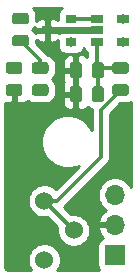
<source format=gbr>
G04 #@! TF.GenerationSoftware,KiCad,Pcbnew,(5.1.5)-3*
G04 #@! TF.CreationDate,2021-01-01T22:04:59+10:30*
G04 #@! TF.ProjectId,HallSingle,48616c6c-5369-46e6-976c-652e6b696361,rev?*
G04 #@! TF.SameCoordinates,Original*
G04 #@! TF.FileFunction,Copper,L1,Top*
G04 #@! TF.FilePolarity,Positive*
%FSLAX46Y46*%
G04 Gerber Fmt 4.6, Leading zero omitted, Abs format (unit mm)*
G04 Created by KiCad (PCBNEW (5.1.5)-3) date 2021-01-01 22:04:59*
%MOMM*%
%LPD*%
G04 APERTURE LIST*
%ADD10R,1.060000X0.650000*%
%ADD11R,0.900000X0.800000*%
%ADD12C,1.524000*%
%ADD13C,0.100000*%
%ADD14O,1.700000X1.700000*%
%ADD15R,1.700000X1.700000*%
%ADD16C,0.800000*%
%ADD17C,0.609600*%
%ADD18C,0.304800*%
%ADD19C,0.254000*%
G04 APERTURE END LIST*
D10*
X148653500Y-58613000D03*
X148653500Y-60513000D03*
X146453500Y-60513000D03*
X146453500Y-59563000D03*
X146453500Y-58613000D03*
D11*
X142272000Y-59560500D03*
X144272000Y-58610500D03*
X144272000Y-60510500D03*
D12*
X142000000Y-79000000D03*
X144500000Y-76500000D03*
X142000000Y-74000000D03*
G04 #@! TA.AperFunction,SMDPad,CuDef*
D13*
G36*
X142148642Y-64126674D02*
G01*
X142172303Y-64130184D01*
X142195507Y-64135996D01*
X142218029Y-64144054D01*
X142239653Y-64154282D01*
X142260170Y-64166579D01*
X142279383Y-64180829D01*
X142297107Y-64196893D01*
X142313171Y-64214617D01*
X142327421Y-64233830D01*
X142339718Y-64254347D01*
X142349946Y-64275971D01*
X142358004Y-64298493D01*
X142363816Y-64321697D01*
X142367326Y-64345358D01*
X142368500Y-64369250D01*
X142368500Y-64856750D01*
X142367326Y-64880642D01*
X142363816Y-64904303D01*
X142358004Y-64927507D01*
X142349946Y-64950029D01*
X142339718Y-64971653D01*
X142327421Y-64992170D01*
X142313171Y-65011383D01*
X142297107Y-65029107D01*
X142279383Y-65045171D01*
X142260170Y-65059421D01*
X142239653Y-65071718D01*
X142218029Y-65081946D01*
X142195507Y-65090004D01*
X142172303Y-65095816D01*
X142148642Y-65099326D01*
X142124750Y-65100500D01*
X141212250Y-65100500D01*
X141188358Y-65099326D01*
X141164697Y-65095816D01*
X141141493Y-65090004D01*
X141118971Y-65081946D01*
X141097347Y-65071718D01*
X141076830Y-65059421D01*
X141057617Y-65045171D01*
X141039893Y-65029107D01*
X141023829Y-65011383D01*
X141009579Y-64992170D01*
X140997282Y-64971653D01*
X140987054Y-64950029D01*
X140978996Y-64927507D01*
X140973184Y-64904303D01*
X140969674Y-64880642D01*
X140968500Y-64856750D01*
X140968500Y-64369250D01*
X140969674Y-64345358D01*
X140973184Y-64321697D01*
X140978996Y-64298493D01*
X140987054Y-64275971D01*
X140997282Y-64254347D01*
X141009579Y-64233830D01*
X141023829Y-64214617D01*
X141039893Y-64196893D01*
X141057617Y-64180829D01*
X141076830Y-64166579D01*
X141097347Y-64154282D01*
X141118971Y-64144054D01*
X141141493Y-64135996D01*
X141164697Y-64130184D01*
X141188358Y-64126674D01*
X141212250Y-64125500D01*
X142124750Y-64125500D01*
X142148642Y-64126674D01*
G37*
G04 #@! TD.AperFunction*
G04 #@! TA.AperFunction,SMDPad,CuDef*
G36*
X142148642Y-62251674D02*
G01*
X142172303Y-62255184D01*
X142195507Y-62260996D01*
X142218029Y-62269054D01*
X142239653Y-62279282D01*
X142260170Y-62291579D01*
X142279383Y-62305829D01*
X142297107Y-62321893D01*
X142313171Y-62339617D01*
X142327421Y-62358830D01*
X142339718Y-62379347D01*
X142349946Y-62400971D01*
X142358004Y-62423493D01*
X142363816Y-62446697D01*
X142367326Y-62470358D01*
X142368500Y-62494250D01*
X142368500Y-62981750D01*
X142367326Y-63005642D01*
X142363816Y-63029303D01*
X142358004Y-63052507D01*
X142349946Y-63075029D01*
X142339718Y-63096653D01*
X142327421Y-63117170D01*
X142313171Y-63136383D01*
X142297107Y-63154107D01*
X142279383Y-63170171D01*
X142260170Y-63184421D01*
X142239653Y-63196718D01*
X142218029Y-63206946D01*
X142195507Y-63215004D01*
X142172303Y-63220816D01*
X142148642Y-63224326D01*
X142124750Y-63225500D01*
X141212250Y-63225500D01*
X141188358Y-63224326D01*
X141164697Y-63220816D01*
X141141493Y-63215004D01*
X141118971Y-63206946D01*
X141097347Y-63196718D01*
X141076830Y-63184421D01*
X141057617Y-63170171D01*
X141039893Y-63154107D01*
X141023829Y-63136383D01*
X141009579Y-63117170D01*
X140997282Y-63096653D01*
X140987054Y-63075029D01*
X140978996Y-63052507D01*
X140973184Y-63029303D01*
X140969674Y-63005642D01*
X140968500Y-62981750D01*
X140968500Y-62494250D01*
X140969674Y-62470358D01*
X140973184Y-62446697D01*
X140978996Y-62423493D01*
X140987054Y-62400971D01*
X140997282Y-62379347D01*
X141009579Y-62358830D01*
X141023829Y-62339617D01*
X141039893Y-62321893D01*
X141057617Y-62305829D01*
X141076830Y-62291579D01*
X141097347Y-62279282D01*
X141118971Y-62269054D01*
X141141493Y-62260996D01*
X141164697Y-62255184D01*
X141188358Y-62251674D01*
X141212250Y-62250500D01*
X142124750Y-62250500D01*
X142148642Y-62251674D01*
G37*
G04 #@! TD.AperFunction*
G04 #@! TA.AperFunction,SMDPad,CuDef*
G36*
X144950642Y-62229674D02*
G01*
X144974303Y-62233184D01*
X144997507Y-62238996D01*
X145020029Y-62247054D01*
X145041653Y-62257282D01*
X145062170Y-62269579D01*
X145081383Y-62283829D01*
X145099107Y-62299893D01*
X145115171Y-62317617D01*
X145129421Y-62336830D01*
X145141718Y-62357347D01*
X145151946Y-62378971D01*
X145160004Y-62401493D01*
X145165816Y-62424697D01*
X145169326Y-62448358D01*
X145170500Y-62472250D01*
X145170500Y-63384750D01*
X145169326Y-63408642D01*
X145165816Y-63432303D01*
X145160004Y-63455507D01*
X145151946Y-63478029D01*
X145141718Y-63499653D01*
X145129421Y-63520170D01*
X145115171Y-63539383D01*
X145099107Y-63557107D01*
X145081383Y-63573171D01*
X145062170Y-63587421D01*
X145041653Y-63599718D01*
X145020029Y-63609946D01*
X144997507Y-63618004D01*
X144974303Y-63623816D01*
X144950642Y-63627326D01*
X144926750Y-63628500D01*
X144439250Y-63628500D01*
X144415358Y-63627326D01*
X144391697Y-63623816D01*
X144368493Y-63618004D01*
X144345971Y-63609946D01*
X144324347Y-63599718D01*
X144303830Y-63587421D01*
X144284617Y-63573171D01*
X144266893Y-63557107D01*
X144250829Y-63539383D01*
X144236579Y-63520170D01*
X144224282Y-63499653D01*
X144214054Y-63478029D01*
X144205996Y-63455507D01*
X144200184Y-63432303D01*
X144196674Y-63408642D01*
X144195500Y-63384750D01*
X144195500Y-62472250D01*
X144196674Y-62448358D01*
X144200184Y-62424697D01*
X144205996Y-62401493D01*
X144214054Y-62378971D01*
X144224282Y-62357347D01*
X144236579Y-62336830D01*
X144250829Y-62317617D01*
X144266893Y-62299893D01*
X144284617Y-62283829D01*
X144303830Y-62269579D01*
X144324347Y-62257282D01*
X144345971Y-62247054D01*
X144368493Y-62238996D01*
X144391697Y-62233184D01*
X144415358Y-62229674D01*
X144439250Y-62228500D01*
X144926750Y-62228500D01*
X144950642Y-62229674D01*
G37*
G04 #@! TD.AperFunction*
G04 #@! TA.AperFunction,SMDPad,CuDef*
G36*
X146825642Y-62229674D02*
G01*
X146849303Y-62233184D01*
X146872507Y-62238996D01*
X146895029Y-62247054D01*
X146916653Y-62257282D01*
X146937170Y-62269579D01*
X146956383Y-62283829D01*
X146974107Y-62299893D01*
X146990171Y-62317617D01*
X147004421Y-62336830D01*
X147016718Y-62357347D01*
X147026946Y-62378971D01*
X147035004Y-62401493D01*
X147040816Y-62424697D01*
X147044326Y-62448358D01*
X147045500Y-62472250D01*
X147045500Y-63384750D01*
X147044326Y-63408642D01*
X147040816Y-63432303D01*
X147035004Y-63455507D01*
X147026946Y-63478029D01*
X147016718Y-63499653D01*
X147004421Y-63520170D01*
X146990171Y-63539383D01*
X146974107Y-63557107D01*
X146956383Y-63573171D01*
X146937170Y-63587421D01*
X146916653Y-63599718D01*
X146895029Y-63609946D01*
X146872507Y-63618004D01*
X146849303Y-63623816D01*
X146825642Y-63627326D01*
X146801750Y-63628500D01*
X146314250Y-63628500D01*
X146290358Y-63627326D01*
X146266697Y-63623816D01*
X146243493Y-63618004D01*
X146220971Y-63609946D01*
X146199347Y-63599718D01*
X146178830Y-63587421D01*
X146159617Y-63573171D01*
X146141893Y-63557107D01*
X146125829Y-63539383D01*
X146111579Y-63520170D01*
X146099282Y-63499653D01*
X146089054Y-63478029D01*
X146080996Y-63455507D01*
X146075184Y-63432303D01*
X146071674Y-63408642D01*
X146070500Y-63384750D01*
X146070500Y-62472250D01*
X146071674Y-62448358D01*
X146075184Y-62424697D01*
X146080996Y-62401493D01*
X146089054Y-62378971D01*
X146099282Y-62357347D01*
X146111579Y-62336830D01*
X146125829Y-62317617D01*
X146141893Y-62299893D01*
X146159617Y-62283829D01*
X146178830Y-62269579D01*
X146199347Y-62257282D01*
X146220971Y-62247054D01*
X146243493Y-62238996D01*
X146266697Y-62233184D01*
X146290358Y-62229674D01*
X146314250Y-62228500D01*
X146801750Y-62228500D01*
X146825642Y-62229674D01*
G37*
G04 #@! TD.AperFunction*
G04 #@! TA.AperFunction,SMDPad,CuDef*
G36*
X148943142Y-62251674D02*
G01*
X148966803Y-62255184D01*
X148990007Y-62260996D01*
X149012529Y-62269054D01*
X149034153Y-62279282D01*
X149054670Y-62291579D01*
X149073883Y-62305829D01*
X149091607Y-62321893D01*
X149107671Y-62339617D01*
X149121921Y-62358830D01*
X149134218Y-62379347D01*
X149144446Y-62400971D01*
X149152504Y-62423493D01*
X149158316Y-62446697D01*
X149161826Y-62470358D01*
X149163000Y-62494250D01*
X149163000Y-62981750D01*
X149161826Y-63005642D01*
X149158316Y-63029303D01*
X149152504Y-63052507D01*
X149144446Y-63075029D01*
X149134218Y-63096653D01*
X149121921Y-63117170D01*
X149107671Y-63136383D01*
X149091607Y-63154107D01*
X149073883Y-63170171D01*
X149054670Y-63184421D01*
X149034153Y-63196718D01*
X149012529Y-63206946D01*
X148990007Y-63215004D01*
X148966803Y-63220816D01*
X148943142Y-63224326D01*
X148919250Y-63225500D01*
X148006750Y-63225500D01*
X147982858Y-63224326D01*
X147959197Y-63220816D01*
X147935993Y-63215004D01*
X147913471Y-63206946D01*
X147891847Y-63196718D01*
X147871330Y-63184421D01*
X147852117Y-63170171D01*
X147834393Y-63154107D01*
X147818329Y-63136383D01*
X147804079Y-63117170D01*
X147791782Y-63096653D01*
X147781554Y-63075029D01*
X147773496Y-63052507D01*
X147767684Y-63029303D01*
X147764174Y-63005642D01*
X147763000Y-62981750D01*
X147763000Y-62494250D01*
X147764174Y-62470358D01*
X147767684Y-62446697D01*
X147773496Y-62423493D01*
X147781554Y-62400971D01*
X147791782Y-62379347D01*
X147804079Y-62358830D01*
X147818329Y-62339617D01*
X147834393Y-62321893D01*
X147852117Y-62305829D01*
X147871330Y-62291579D01*
X147891847Y-62279282D01*
X147913471Y-62269054D01*
X147935993Y-62260996D01*
X147959197Y-62255184D01*
X147982858Y-62251674D01*
X148006750Y-62250500D01*
X148919250Y-62250500D01*
X148943142Y-62251674D01*
G37*
G04 #@! TD.AperFunction*
G04 #@! TA.AperFunction,SMDPad,CuDef*
G36*
X148943142Y-64126674D02*
G01*
X148966803Y-64130184D01*
X148990007Y-64135996D01*
X149012529Y-64144054D01*
X149034153Y-64154282D01*
X149054670Y-64166579D01*
X149073883Y-64180829D01*
X149091607Y-64196893D01*
X149107671Y-64214617D01*
X149121921Y-64233830D01*
X149134218Y-64254347D01*
X149144446Y-64275971D01*
X149152504Y-64298493D01*
X149158316Y-64321697D01*
X149161826Y-64345358D01*
X149163000Y-64369250D01*
X149163000Y-64856750D01*
X149161826Y-64880642D01*
X149158316Y-64904303D01*
X149152504Y-64927507D01*
X149144446Y-64950029D01*
X149134218Y-64971653D01*
X149121921Y-64992170D01*
X149107671Y-65011383D01*
X149091607Y-65029107D01*
X149073883Y-65045171D01*
X149054670Y-65059421D01*
X149034153Y-65071718D01*
X149012529Y-65081946D01*
X148990007Y-65090004D01*
X148966803Y-65095816D01*
X148943142Y-65099326D01*
X148919250Y-65100500D01*
X148006750Y-65100500D01*
X147982858Y-65099326D01*
X147959197Y-65095816D01*
X147935993Y-65090004D01*
X147913471Y-65081946D01*
X147891847Y-65071718D01*
X147871330Y-65059421D01*
X147852117Y-65045171D01*
X147834393Y-65029107D01*
X147818329Y-65011383D01*
X147804079Y-64992170D01*
X147791782Y-64971653D01*
X147781554Y-64950029D01*
X147773496Y-64927507D01*
X147767684Y-64904303D01*
X147764174Y-64880642D01*
X147763000Y-64856750D01*
X147763000Y-64369250D01*
X147764174Y-64345358D01*
X147767684Y-64321697D01*
X147773496Y-64298493D01*
X147781554Y-64275971D01*
X147791782Y-64254347D01*
X147804079Y-64233830D01*
X147818329Y-64214617D01*
X147834393Y-64196893D01*
X147852117Y-64180829D01*
X147871330Y-64166579D01*
X147891847Y-64154282D01*
X147913471Y-64144054D01*
X147935993Y-64135996D01*
X147959197Y-64130184D01*
X147982858Y-64126674D01*
X148006750Y-64125500D01*
X148919250Y-64125500D01*
X148943142Y-64126674D01*
G37*
G04 #@! TD.AperFunction*
D14*
X148000000Y-73500000D03*
X148000000Y-76040000D03*
D15*
X148000000Y-78580000D03*
G04 #@! TA.AperFunction,SMDPad,CuDef*
D13*
G36*
X140480142Y-58076174D02*
G01*
X140503803Y-58079684D01*
X140527007Y-58085496D01*
X140549529Y-58093554D01*
X140571153Y-58103782D01*
X140591670Y-58116079D01*
X140610883Y-58130329D01*
X140628607Y-58146393D01*
X140644671Y-58164117D01*
X140658921Y-58183330D01*
X140671218Y-58203847D01*
X140681446Y-58225471D01*
X140689504Y-58247993D01*
X140695316Y-58271197D01*
X140698826Y-58294858D01*
X140700000Y-58318750D01*
X140700000Y-58806250D01*
X140698826Y-58830142D01*
X140695316Y-58853803D01*
X140689504Y-58877007D01*
X140681446Y-58899529D01*
X140671218Y-58921153D01*
X140658921Y-58941670D01*
X140644671Y-58960883D01*
X140628607Y-58978607D01*
X140610883Y-58994671D01*
X140591670Y-59008921D01*
X140571153Y-59021218D01*
X140549529Y-59031446D01*
X140527007Y-59039504D01*
X140503803Y-59045316D01*
X140480142Y-59048826D01*
X140456250Y-59050000D01*
X139543750Y-59050000D01*
X139519858Y-59048826D01*
X139496197Y-59045316D01*
X139472993Y-59039504D01*
X139450471Y-59031446D01*
X139428847Y-59021218D01*
X139408330Y-59008921D01*
X139389117Y-58994671D01*
X139371393Y-58978607D01*
X139355329Y-58960883D01*
X139341079Y-58941670D01*
X139328782Y-58921153D01*
X139318554Y-58899529D01*
X139310496Y-58877007D01*
X139304684Y-58853803D01*
X139301174Y-58830142D01*
X139300000Y-58806250D01*
X139300000Y-58318750D01*
X139301174Y-58294858D01*
X139304684Y-58271197D01*
X139310496Y-58247993D01*
X139318554Y-58225471D01*
X139328782Y-58203847D01*
X139341079Y-58183330D01*
X139355329Y-58164117D01*
X139371393Y-58146393D01*
X139389117Y-58130329D01*
X139408330Y-58116079D01*
X139428847Y-58103782D01*
X139450471Y-58093554D01*
X139472993Y-58085496D01*
X139496197Y-58079684D01*
X139519858Y-58076174D01*
X139543750Y-58075000D01*
X140456250Y-58075000D01*
X140480142Y-58076174D01*
G37*
G04 #@! TD.AperFunction*
G04 #@! TA.AperFunction,SMDPad,CuDef*
G36*
X140480142Y-59951174D02*
G01*
X140503803Y-59954684D01*
X140527007Y-59960496D01*
X140549529Y-59968554D01*
X140571153Y-59978782D01*
X140591670Y-59991079D01*
X140610883Y-60005329D01*
X140628607Y-60021393D01*
X140644671Y-60039117D01*
X140658921Y-60058330D01*
X140671218Y-60078847D01*
X140681446Y-60100471D01*
X140689504Y-60122993D01*
X140695316Y-60146197D01*
X140698826Y-60169858D01*
X140700000Y-60193750D01*
X140700000Y-60681250D01*
X140698826Y-60705142D01*
X140695316Y-60728803D01*
X140689504Y-60752007D01*
X140681446Y-60774529D01*
X140671218Y-60796153D01*
X140658921Y-60816670D01*
X140644671Y-60835883D01*
X140628607Y-60853607D01*
X140610883Y-60869671D01*
X140591670Y-60883921D01*
X140571153Y-60896218D01*
X140549529Y-60906446D01*
X140527007Y-60914504D01*
X140503803Y-60920316D01*
X140480142Y-60923826D01*
X140456250Y-60925000D01*
X139543750Y-60925000D01*
X139519858Y-60923826D01*
X139496197Y-60920316D01*
X139472993Y-60914504D01*
X139450471Y-60906446D01*
X139428847Y-60896218D01*
X139408330Y-60883921D01*
X139389117Y-60869671D01*
X139371393Y-60853607D01*
X139355329Y-60835883D01*
X139341079Y-60816670D01*
X139328782Y-60796153D01*
X139318554Y-60774529D01*
X139310496Y-60752007D01*
X139304684Y-60728803D01*
X139301174Y-60705142D01*
X139300000Y-60681250D01*
X139300000Y-60193750D01*
X139301174Y-60169858D01*
X139304684Y-60146197D01*
X139310496Y-60122993D01*
X139318554Y-60100471D01*
X139328782Y-60078847D01*
X139341079Y-60058330D01*
X139355329Y-60039117D01*
X139371393Y-60021393D01*
X139389117Y-60005329D01*
X139408330Y-59991079D01*
X139428847Y-59978782D01*
X139450471Y-59968554D01*
X139472993Y-59960496D01*
X139496197Y-59954684D01*
X139519858Y-59951174D01*
X139543750Y-59950000D01*
X140456250Y-59950000D01*
X140480142Y-59951174D01*
G37*
G04 #@! TD.AperFunction*
G04 #@! TA.AperFunction,SMDPad,CuDef*
G36*
X139926142Y-64126674D02*
G01*
X139949803Y-64130184D01*
X139973007Y-64135996D01*
X139995529Y-64144054D01*
X140017153Y-64154282D01*
X140037670Y-64166579D01*
X140056883Y-64180829D01*
X140074607Y-64196893D01*
X140090671Y-64214617D01*
X140104921Y-64233830D01*
X140117218Y-64254347D01*
X140127446Y-64275971D01*
X140135504Y-64298493D01*
X140141316Y-64321697D01*
X140144826Y-64345358D01*
X140146000Y-64369250D01*
X140146000Y-64856750D01*
X140144826Y-64880642D01*
X140141316Y-64904303D01*
X140135504Y-64927507D01*
X140127446Y-64950029D01*
X140117218Y-64971653D01*
X140104921Y-64992170D01*
X140090671Y-65011383D01*
X140074607Y-65029107D01*
X140056883Y-65045171D01*
X140037670Y-65059421D01*
X140017153Y-65071718D01*
X139995529Y-65081946D01*
X139973007Y-65090004D01*
X139949803Y-65095816D01*
X139926142Y-65099326D01*
X139902250Y-65100500D01*
X138989750Y-65100500D01*
X138965858Y-65099326D01*
X138942197Y-65095816D01*
X138918993Y-65090004D01*
X138896471Y-65081946D01*
X138874847Y-65071718D01*
X138854330Y-65059421D01*
X138835117Y-65045171D01*
X138817393Y-65029107D01*
X138801329Y-65011383D01*
X138787079Y-64992170D01*
X138774782Y-64971653D01*
X138764554Y-64950029D01*
X138756496Y-64927507D01*
X138750684Y-64904303D01*
X138747174Y-64880642D01*
X138746000Y-64856750D01*
X138746000Y-64369250D01*
X138747174Y-64345358D01*
X138750684Y-64321697D01*
X138756496Y-64298493D01*
X138764554Y-64275971D01*
X138774782Y-64254347D01*
X138787079Y-64233830D01*
X138801329Y-64214617D01*
X138817393Y-64196893D01*
X138835117Y-64180829D01*
X138854330Y-64166579D01*
X138874847Y-64154282D01*
X138896471Y-64144054D01*
X138918993Y-64135996D01*
X138942197Y-64130184D01*
X138965858Y-64126674D01*
X138989750Y-64125500D01*
X139902250Y-64125500D01*
X139926142Y-64126674D01*
G37*
G04 #@! TD.AperFunction*
G04 #@! TA.AperFunction,SMDPad,CuDef*
G36*
X139926142Y-62251674D02*
G01*
X139949803Y-62255184D01*
X139973007Y-62260996D01*
X139995529Y-62269054D01*
X140017153Y-62279282D01*
X140037670Y-62291579D01*
X140056883Y-62305829D01*
X140074607Y-62321893D01*
X140090671Y-62339617D01*
X140104921Y-62358830D01*
X140117218Y-62379347D01*
X140127446Y-62400971D01*
X140135504Y-62423493D01*
X140141316Y-62446697D01*
X140144826Y-62470358D01*
X140146000Y-62494250D01*
X140146000Y-62981750D01*
X140144826Y-63005642D01*
X140141316Y-63029303D01*
X140135504Y-63052507D01*
X140127446Y-63075029D01*
X140117218Y-63096653D01*
X140104921Y-63117170D01*
X140090671Y-63136383D01*
X140074607Y-63154107D01*
X140056883Y-63170171D01*
X140037670Y-63184421D01*
X140017153Y-63196718D01*
X139995529Y-63206946D01*
X139973007Y-63215004D01*
X139949803Y-63220816D01*
X139926142Y-63224326D01*
X139902250Y-63225500D01*
X138989750Y-63225500D01*
X138965858Y-63224326D01*
X138942197Y-63220816D01*
X138918993Y-63215004D01*
X138896471Y-63206946D01*
X138874847Y-63196718D01*
X138854330Y-63184421D01*
X138835117Y-63170171D01*
X138817393Y-63154107D01*
X138801329Y-63136383D01*
X138787079Y-63117170D01*
X138774782Y-63096653D01*
X138764554Y-63075029D01*
X138756496Y-63052507D01*
X138750684Y-63029303D01*
X138747174Y-63005642D01*
X138746000Y-62981750D01*
X138746000Y-62494250D01*
X138747174Y-62470358D01*
X138750684Y-62446697D01*
X138756496Y-62423493D01*
X138764554Y-62400971D01*
X138774782Y-62379347D01*
X138787079Y-62358830D01*
X138801329Y-62339617D01*
X138817393Y-62321893D01*
X138835117Y-62305829D01*
X138854330Y-62291579D01*
X138874847Y-62279282D01*
X138896471Y-62269054D01*
X138918993Y-62260996D01*
X138942197Y-62255184D01*
X138965858Y-62251674D01*
X138989750Y-62250500D01*
X139902250Y-62250500D01*
X139926142Y-62251674D01*
G37*
G04 #@! TD.AperFunction*
G04 #@! TA.AperFunction,SMDPad,CuDef*
G36*
X144950642Y-64261674D02*
G01*
X144974303Y-64265184D01*
X144997507Y-64270996D01*
X145020029Y-64279054D01*
X145041653Y-64289282D01*
X145062170Y-64301579D01*
X145081383Y-64315829D01*
X145099107Y-64331893D01*
X145115171Y-64349617D01*
X145129421Y-64368830D01*
X145141718Y-64389347D01*
X145151946Y-64410971D01*
X145160004Y-64433493D01*
X145165816Y-64456697D01*
X145169326Y-64480358D01*
X145170500Y-64504250D01*
X145170500Y-65416750D01*
X145169326Y-65440642D01*
X145165816Y-65464303D01*
X145160004Y-65487507D01*
X145151946Y-65510029D01*
X145141718Y-65531653D01*
X145129421Y-65552170D01*
X145115171Y-65571383D01*
X145099107Y-65589107D01*
X145081383Y-65605171D01*
X145062170Y-65619421D01*
X145041653Y-65631718D01*
X145020029Y-65641946D01*
X144997507Y-65650004D01*
X144974303Y-65655816D01*
X144950642Y-65659326D01*
X144926750Y-65660500D01*
X144439250Y-65660500D01*
X144415358Y-65659326D01*
X144391697Y-65655816D01*
X144368493Y-65650004D01*
X144345971Y-65641946D01*
X144324347Y-65631718D01*
X144303830Y-65619421D01*
X144284617Y-65605171D01*
X144266893Y-65589107D01*
X144250829Y-65571383D01*
X144236579Y-65552170D01*
X144224282Y-65531653D01*
X144214054Y-65510029D01*
X144205996Y-65487507D01*
X144200184Y-65464303D01*
X144196674Y-65440642D01*
X144195500Y-65416750D01*
X144195500Y-64504250D01*
X144196674Y-64480358D01*
X144200184Y-64456697D01*
X144205996Y-64433493D01*
X144214054Y-64410971D01*
X144224282Y-64389347D01*
X144236579Y-64368830D01*
X144250829Y-64349617D01*
X144266893Y-64331893D01*
X144284617Y-64315829D01*
X144303830Y-64301579D01*
X144324347Y-64289282D01*
X144345971Y-64279054D01*
X144368493Y-64270996D01*
X144391697Y-64265184D01*
X144415358Y-64261674D01*
X144439250Y-64260500D01*
X144926750Y-64260500D01*
X144950642Y-64261674D01*
G37*
G04 #@! TD.AperFunction*
G04 #@! TA.AperFunction,SMDPad,CuDef*
G36*
X146825642Y-64261674D02*
G01*
X146849303Y-64265184D01*
X146872507Y-64270996D01*
X146895029Y-64279054D01*
X146916653Y-64289282D01*
X146937170Y-64301579D01*
X146956383Y-64315829D01*
X146974107Y-64331893D01*
X146990171Y-64349617D01*
X147004421Y-64368830D01*
X147016718Y-64389347D01*
X147026946Y-64410971D01*
X147035004Y-64433493D01*
X147040816Y-64456697D01*
X147044326Y-64480358D01*
X147045500Y-64504250D01*
X147045500Y-65416750D01*
X147044326Y-65440642D01*
X147040816Y-65464303D01*
X147035004Y-65487507D01*
X147026946Y-65510029D01*
X147016718Y-65531653D01*
X147004421Y-65552170D01*
X146990171Y-65571383D01*
X146974107Y-65589107D01*
X146956383Y-65605171D01*
X146937170Y-65619421D01*
X146916653Y-65631718D01*
X146895029Y-65641946D01*
X146872507Y-65650004D01*
X146849303Y-65655816D01*
X146825642Y-65659326D01*
X146801750Y-65660500D01*
X146314250Y-65660500D01*
X146290358Y-65659326D01*
X146266697Y-65655816D01*
X146243493Y-65650004D01*
X146220971Y-65641946D01*
X146199347Y-65631718D01*
X146178830Y-65619421D01*
X146159617Y-65605171D01*
X146141893Y-65589107D01*
X146125829Y-65571383D01*
X146111579Y-65552170D01*
X146099282Y-65531653D01*
X146089054Y-65510029D01*
X146080996Y-65487507D01*
X146075184Y-65464303D01*
X146071674Y-65440642D01*
X146070500Y-65416750D01*
X146070500Y-64504250D01*
X146071674Y-64480358D01*
X146075184Y-64456697D01*
X146080996Y-64433493D01*
X146089054Y-64410971D01*
X146099282Y-64389347D01*
X146111579Y-64368830D01*
X146125829Y-64349617D01*
X146141893Y-64331893D01*
X146159617Y-64315829D01*
X146178830Y-64301579D01*
X146199347Y-64289282D01*
X146220971Y-64279054D01*
X146243493Y-64270996D01*
X146266697Y-64265184D01*
X146290358Y-64261674D01*
X146314250Y-64260500D01*
X146801750Y-64260500D01*
X146825642Y-64261674D01*
G37*
G04 #@! TD.AperFunction*
D16*
X148653500Y-58610500D03*
X139446000Y-62801500D03*
X139954000Y-58547000D03*
X144272000Y-60515500D03*
X148653500Y-60515500D03*
X141668500Y-64643000D03*
D17*
X146284000Y-59500000D02*
X146347000Y-59563000D01*
X146451000Y-59560500D02*
X146453500Y-59563000D01*
X142272000Y-59560500D02*
X146451000Y-59560500D01*
D18*
X148450000Y-62725000D02*
X148463000Y-62738000D01*
X147988500Y-62738000D02*
X148463000Y-62738000D01*
X146453500Y-62824000D02*
X146558000Y-62928500D01*
X146453500Y-60513000D02*
X146453500Y-62824000D01*
X146748500Y-62738000D02*
X146558000Y-62928500D01*
X148463000Y-62738000D02*
X146748500Y-62738000D01*
X146558000Y-64960500D02*
X146558000Y-62928500D01*
X141668500Y-62106000D02*
X140000000Y-60437500D01*
X141668500Y-62738000D02*
X141668500Y-62106000D01*
X143077630Y-74000000D02*
X142000000Y-74000000D01*
X148463000Y-64613000D02*
X146794399Y-66281601D01*
X146794399Y-66281601D02*
X146794399Y-70283231D01*
X146794399Y-70283231D02*
X143077630Y-74000000D01*
X144500000Y-76500000D02*
X142000000Y-74000000D01*
X146451000Y-58610500D02*
X146453500Y-58613000D01*
X144272000Y-58610500D02*
X146451000Y-58610500D01*
D19*
G36*
X143467506Y-57679963D02*
G01*
X143370815Y-57759315D01*
X143291463Y-57856006D01*
X143232498Y-57966320D01*
X143196188Y-58086018D01*
X143183928Y-58210500D01*
X143183928Y-58722405D01*
X143173185Y-58709315D01*
X143076494Y-58629963D01*
X142966180Y-58570998D01*
X142846482Y-58534688D01*
X142722000Y-58522428D01*
X142557750Y-58525500D01*
X142399000Y-58684250D01*
X142399000Y-59433500D01*
X143198250Y-59433500D01*
X143282857Y-59348893D01*
X143291463Y-59364994D01*
X143370815Y-59461685D01*
X143467506Y-59541037D01*
X143503918Y-59560500D01*
X143467506Y-59579963D01*
X143370815Y-59659315D01*
X143291463Y-59756006D01*
X143282857Y-59772107D01*
X143198250Y-59687500D01*
X142399000Y-59687500D01*
X142399000Y-60436750D01*
X142557750Y-60595500D01*
X142722000Y-60598572D01*
X142846482Y-60586312D01*
X142966180Y-60550002D01*
X143076494Y-60491037D01*
X143173185Y-60411685D01*
X143183928Y-60398595D01*
X143183928Y-60910500D01*
X143196188Y-61034982D01*
X143232498Y-61154680D01*
X143291463Y-61264994D01*
X143370815Y-61361685D01*
X143467506Y-61441037D01*
X143577820Y-61500002D01*
X143697518Y-61536312D01*
X143822000Y-61548572D01*
X144160368Y-61548572D01*
X144170061Y-61550500D01*
X144373939Y-61550500D01*
X144383632Y-61548572D01*
X144722000Y-61548572D01*
X144846482Y-61536312D01*
X144966180Y-61500002D01*
X145076494Y-61441037D01*
X145173185Y-61361685D01*
X145252537Y-61264994D01*
X145311502Y-61154680D01*
X145333746Y-61081350D01*
X145333998Y-61082180D01*
X145392963Y-61192494D01*
X145472315Y-61289185D01*
X145569006Y-61368537D01*
X145666100Y-61420436D01*
X145666101Y-61831436D01*
X145621685Y-61777315D01*
X145524994Y-61697963D01*
X145414680Y-61638998D01*
X145294982Y-61602688D01*
X145170500Y-61590428D01*
X144968750Y-61593500D01*
X144810000Y-61752250D01*
X144810000Y-62801500D01*
X144830000Y-62801500D01*
X144830000Y-63055500D01*
X144810000Y-63055500D01*
X144810000Y-64833500D01*
X144830000Y-64833500D01*
X144830000Y-65087500D01*
X144810000Y-65087500D01*
X144810000Y-66136750D01*
X144968750Y-66295500D01*
X145170500Y-66298572D01*
X145294982Y-66286312D01*
X145414680Y-66250002D01*
X145524994Y-66191037D01*
X145621685Y-66111685D01*
X145685492Y-66033936D01*
X145690708Y-66040292D01*
X145824336Y-66149958D01*
X145976791Y-66231447D01*
X146007221Y-66240678D01*
X146006999Y-66242929D01*
X146006999Y-66242938D01*
X146003191Y-66281601D01*
X146006999Y-66320264D01*
X146006999Y-68004990D01*
X145980631Y-67941331D01*
X145736038Y-67575271D01*
X145424729Y-67263962D01*
X145058669Y-67019369D01*
X144651925Y-66850890D01*
X144220128Y-66765000D01*
X143779872Y-66765000D01*
X143348075Y-66850890D01*
X142941331Y-67019369D01*
X142575271Y-67263962D01*
X142263962Y-67575271D01*
X142019369Y-67941331D01*
X141850890Y-68348075D01*
X141765000Y-68779872D01*
X141765000Y-69220128D01*
X141850890Y-69651925D01*
X142019369Y-70058669D01*
X142263962Y-70424729D01*
X142575271Y-70736038D01*
X142941331Y-70980631D01*
X143348075Y-71149110D01*
X143779872Y-71235000D01*
X144220128Y-71235000D01*
X144651925Y-71149110D01*
X144930258Y-71033821D01*
X142969867Y-72994212D01*
X142890535Y-72914880D01*
X142661727Y-72761995D01*
X142407490Y-72656686D01*
X142137592Y-72603000D01*
X141862408Y-72603000D01*
X141592510Y-72656686D01*
X141338273Y-72761995D01*
X141109465Y-72914880D01*
X140914880Y-73109465D01*
X140761995Y-73338273D01*
X140656686Y-73592510D01*
X140603000Y-73862408D01*
X140603000Y-74137592D01*
X140656686Y-74407490D01*
X140761995Y-74661727D01*
X140914880Y-74890535D01*
X141109465Y-75085120D01*
X141338273Y-75238005D01*
X141592510Y-75343314D01*
X141862408Y-75397000D01*
X142137592Y-75397000D01*
X142259250Y-75372801D01*
X143127199Y-76240750D01*
X143103000Y-76362408D01*
X143103000Y-76637592D01*
X143156686Y-76907490D01*
X143261995Y-77161727D01*
X143414880Y-77390535D01*
X143609465Y-77585120D01*
X143838273Y-77738005D01*
X144092510Y-77843314D01*
X144362408Y-77897000D01*
X144637592Y-77897000D01*
X144907490Y-77843314D01*
X145161727Y-77738005D01*
X145390535Y-77585120D01*
X145585120Y-77390535D01*
X145738005Y-77161727D01*
X145843314Y-76907490D01*
X145897000Y-76637592D01*
X145897000Y-76362408D01*
X145843314Y-76092510D01*
X145738005Y-75838273D01*
X145585120Y-75609465D01*
X145390535Y-75414880D01*
X145161727Y-75261995D01*
X144907490Y-75156686D01*
X144637592Y-75103000D01*
X144362408Y-75103000D01*
X144240750Y-75127199D01*
X143653290Y-74539740D01*
X143661758Y-74529422D01*
X147323832Y-70867350D01*
X147353868Y-70842700D01*
X147452265Y-70722803D01*
X147525381Y-70586014D01*
X147570405Y-70437588D01*
X147581799Y-70321904D01*
X147581799Y-70321895D01*
X147585607Y-70283232D01*
X147581799Y-70244569D01*
X147581799Y-66607751D01*
X148450979Y-65738572D01*
X148919250Y-65738572D01*
X149091285Y-65721628D01*
X149256709Y-65671447D01*
X149340000Y-65626927D01*
X149340001Y-72854556D01*
X149315990Y-72796589D01*
X149153475Y-72553368D01*
X148946632Y-72346525D01*
X148703411Y-72184010D01*
X148433158Y-72072068D01*
X148146260Y-72015000D01*
X147853740Y-72015000D01*
X147566842Y-72072068D01*
X147296589Y-72184010D01*
X147053368Y-72346525D01*
X146846525Y-72553368D01*
X146684010Y-72796589D01*
X146572068Y-73066842D01*
X146515000Y-73353740D01*
X146515000Y-73646260D01*
X146572068Y-73933158D01*
X146684010Y-74203411D01*
X146846525Y-74446632D01*
X147053368Y-74653475D01*
X147235534Y-74775195D01*
X147118645Y-74844822D01*
X146902412Y-75039731D01*
X146728359Y-75273080D01*
X146603175Y-75535901D01*
X146558524Y-75683110D01*
X146679845Y-75913000D01*
X147873000Y-75913000D01*
X147873000Y-75893000D01*
X148127000Y-75893000D01*
X148127000Y-75913000D01*
X148147000Y-75913000D01*
X148147000Y-76167000D01*
X148127000Y-76167000D01*
X148127000Y-76187000D01*
X147873000Y-76187000D01*
X147873000Y-76167000D01*
X146679845Y-76167000D01*
X146558524Y-76396890D01*
X146603175Y-76544099D01*
X146728359Y-76806920D01*
X146902412Y-77040269D01*
X146986466Y-77116034D01*
X146905820Y-77140498D01*
X146795506Y-77199463D01*
X146698815Y-77278815D01*
X146619463Y-77375506D01*
X146560498Y-77485820D01*
X146524188Y-77605518D01*
X146511928Y-77730000D01*
X146511928Y-79430000D01*
X146524188Y-79554482D01*
X146560498Y-79674180D01*
X146619463Y-79784494D01*
X146665015Y-79840000D01*
X143118886Y-79840000D01*
X143238005Y-79661727D01*
X143343314Y-79407490D01*
X143397000Y-79137592D01*
X143397000Y-78862408D01*
X143343314Y-78592510D01*
X143238005Y-78338273D01*
X143085120Y-78109465D01*
X142890535Y-77914880D01*
X142661727Y-77761995D01*
X142407490Y-77656686D01*
X142137592Y-77603000D01*
X141862408Y-77603000D01*
X141592510Y-77656686D01*
X141338273Y-77761995D01*
X141109465Y-77914880D01*
X140914880Y-78109465D01*
X140761995Y-78338273D01*
X140656686Y-78592510D01*
X140603000Y-78862408D01*
X140603000Y-79137592D01*
X140656686Y-79407490D01*
X140761995Y-79661727D01*
X140881114Y-79840000D01*
X139032279Y-79840000D01*
X138934576Y-79830420D01*
X138871643Y-79811420D01*
X138813594Y-79780554D01*
X138762657Y-79739011D01*
X138720752Y-79688356D01*
X138689485Y-79630529D01*
X138670044Y-79567728D01*
X138660000Y-79472165D01*
X138660000Y-65730102D01*
X138746000Y-65738572D01*
X139160250Y-65735500D01*
X139319000Y-65576750D01*
X139319000Y-64740000D01*
X139299000Y-64740000D01*
X139299000Y-64486000D01*
X139319000Y-64486000D01*
X139319000Y-64466000D01*
X139573000Y-64466000D01*
X139573000Y-64486000D01*
X139593000Y-64486000D01*
X139593000Y-64740000D01*
X139573000Y-64740000D01*
X139573000Y-65576750D01*
X139731750Y-65735500D01*
X140146000Y-65738572D01*
X140270482Y-65726312D01*
X140390180Y-65690002D01*
X140500494Y-65631037D01*
X140597185Y-65551685D01*
X140628784Y-65513182D01*
X140722336Y-65589958D01*
X140874791Y-65671447D01*
X141040215Y-65721628D01*
X141212250Y-65738572D01*
X142124750Y-65738572D01*
X142296785Y-65721628D01*
X142462209Y-65671447D01*
X142482689Y-65660500D01*
X143557428Y-65660500D01*
X143569688Y-65784982D01*
X143605998Y-65904680D01*
X143664963Y-66014994D01*
X143744315Y-66111685D01*
X143841006Y-66191037D01*
X143951320Y-66250002D01*
X144071018Y-66286312D01*
X144195500Y-66298572D01*
X144397250Y-66295500D01*
X144556000Y-66136750D01*
X144556000Y-65087500D01*
X143719250Y-65087500D01*
X143560500Y-65246250D01*
X143557428Y-65660500D01*
X142482689Y-65660500D01*
X142614664Y-65589958D01*
X142748292Y-65480292D01*
X142857958Y-65346664D01*
X142939447Y-65194209D01*
X142989628Y-65028785D01*
X143006572Y-64856750D01*
X143006572Y-64369250D01*
X142989628Y-64197215D01*
X142939447Y-64031791D01*
X142857958Y-63879336D01*
X142748292Y-63745708D01*
X142662744Y-63675500D01*
X142720013Y-63628500D01*
X143557428Y-63628500D01*
X143569688Y-63752982D01*
X143605998Y-63872680D01*
X143644387Y-63944500D01*
X143605998Y-64016320D01*
X143569688Y-64136018D01*
X143557428Y-64260500D01*
X143560500Y-64674750D01*
X143719250Y-64833500D01*
X144556000Y-64833500D01*
X144556000Y-63055500D01*
X143719250Y-63055500D01*
X143560500Y-63214250D01*
X143557428Y-63628500D01*
X142720013Y-63628500D01*
X142748292Y-63605292D01*
X142857958Y-63471664D01*
X142939447Y-63319209D01*
X142989628Y-63153785D01*
X143006572Y-62981750D01*
X143006572Y-62494250D01*
X142989628Y-62322215D01*
X142961200Y-62228500D01*
X143557428Y-62228500D01*
X143560500Y-62642750D01*
X143719250Y-62801500D01*
X144556000Y-62801500D01*
X144556000Y-61752250D01*
X144397250Y-61593500D01*
X144195500Y-61590428D01*
X144071018Y-61602688D01*
X143951320Y-61638998D01*
X143841006Y-61697963D01*
X143744315Y-61777315D01*
X143664963Y-61874006D01*
X143605998Y-61984320D01*
X143569688Y-62104018D01*
X143557428Y-62228500D01*
X142961200Y-62228500D01*
X142939447Y-62156791D01*
X142857958Y-62004336D01*
X142748292Y-61870708D01*
X142614664Y-61761042D01*
X142462209Y-61679553D01*
X142296785Y-61629372D01*
X142295882Y-61629283D01*
X142274056Y-61602688D01*
X142252621Y-61576569D01*
X142252619Y-61576567D01*
X142227969Y-61546531D01*
X142197933Y-61521881D01*
X141338072Y-60662021D01*
X141338072Y-60371787D01*
X141370815Y-60411685D01*
X141467506Y-60491037D01*
X141577820Y-60550002D01*
X141697518Y-60586312D01*
X141822000Y-60598572D01*
X141986250Y-60595500D01*
X142145000Y-60436750D01*
X142145000Y-59687500D01*
X141345750Y-59687500D01*
X141238208Y-59795042D01*
X141189458Y-59703836D01*
X141079792Y-59570208D01*
X140994244Y-59500000D01*
X141079792Y-59429792D01*
X141189458Y-59296164D01*
X141196061Y-59283811D01*
X141345750Y-59433500D01*
X142145000Y-59433500D01*
X142145000Y-58684250D01*
X141986250Y-58525500D01*
X141822000Y-58522428D01*
X141697518Y-58534688D01*
X141577820Y-58570998D01*
X141467506Y-58629963D01*
X141370815Y-58709315D01*
X141338072Y-58749213D01*
X141338072Y-58318750D01*
X141321128Y-58146715D01*
X141270947Y-57981291D01*
X141189458Y-57828836D01*
X141079792Y-57695208D01*
X141036891Y-57660000D01*
X143504854Y-57660000D01*
X143467506Y-57679963D01*
G37*
X143467506Y-57679963D02*
X143370815Y-57759315D01*
X143291463Y-57856006D01*
X143232498Y-57966320D01*
X143196188Y-58086018D01*
X143183928Y-58210500D01*
X143183928Y-58722405D01*
X143173185Y-58709315D01*
X143076494Y-58629963D01*
X142966180Y-58570998D01*
X142846482Y-58534688D01*
X142722000Y-58522428D01*
X142557750Y-58525500D01*
X142399000Y-58684250D01*
X142399000Y-59433500D01*
X143198250Y-59433500D01*
X143282857Y-59348893D01*
X143291463Y-59364994D01*
X143370815Y-59461685D01*
X143467506Y-59541037D01*
X143503918Y-59560500D01*
X143467506Y-59579963D01*
X143370815Y-59659315D01*
X143291463Y-59756006D01*
X143282857Y-59772107D01*
X143198250Y-59687500D01*
X142399000Y-59687500D01*
X142399000Y-60436750D01*
X142557750Y-60595500D01*
X142722000Y-60598572D01*
X142846482Y-60586312D01*
X142966180Y-60550002D01*
X143076494Y-60491037D01*
X143173185Y-60411685D01*
X143183928Y-60398595D01*
X143183928Y-60910500D01*
X143196188Y-61034982D01*
X143232498Y-61154680D01*
X143291463Y-61264994D01*
X143370815Y-61361685D01*
X143467506Y-61441037D01*
X143577820Y-61500002D01*
X143697518Y-61536312D01*
X143822000Y-61548572D01*
X144160368Y-61548572D01*
X144170061Y-61550500D01*
X144373939Y-61550500D01*
X144383632Y-61548572D01*
X144722000Y-61548572D01*
X144846482Y-61536312D01*
X144966180Y-61500002D01*
X145076494Y-61441037D01*
X145173185Y-61361685D01*
X145252537Y-61264994D01*
X145311502Y-61154680D01*
X145333746Y-61081350D01*
X145333998Y-61082180D01*
X145392963Y-61192494D01*
X145472315Y-61289185D01*
X145569006Y-61368537D01*
X145666100Y-61420436D01*
X145666101Y-61831436D01*
X145621685Y-61777315D01*
X145524994Y-61697963D01*
X145414680Y-61638998D01*
X145294982Y-61602688D01*
X145170500Y-61590428D01*
X144968750Y-61593500D01*
X144810000Y-61752250D01*
X144810000Y-62801500D01*
X144830000Y-62801500D01*
X144830000Y-63055500D01*
X144810000Y-63055500D01*
X144810000Y-64833500D01*
X144830000Y-64833500D01*
X144830000Y-65087500D01*
X144810000Y-65087500D01*
X144810000Y-66136750D01*
X144968750Y-66295500D01*
X145170500Y-66298572D01*
X145294982Y-66286312D01*
X145414680Y-66250002D01*
X145524994Y-66191037D01*
X145621685Y-66111685D01*
X145685492Y-66033936D01*
X145690708Y-66040292D01*
X145824336Y-66149958D01*
X145976791Y-66231447D01*
X146007221Y-66240678D01*
X146006999Y-66242929D01*
X146006999Y-66242938D01*
X146003191Y-66281601D01*
X146006999Y-66320264D01*
X146006999Y-68004990D01*
X145980631Y-67941331D01*
X145736038Y-67575271D01*
X145424729Y-67263962D01*
X145058669Y-67019369D01*
X144651925Y-66850890D01*
X144220128Y-66765000D01*
X143779872Y-66765000D01*
X143348075Y-66850890D01*
X142941331Y-67019369D01*
X142575271Y-67263962D01*
X142263962Y-67575271D01*
X142019369Y-67941331D01*
X141850890Y-68348075D01*
X141765000Y-68779872D01*
X141765000Y-69220128D01*
X141850890Y-69651925D01*
X142019369Y-70058669D01*
X142263962Y-70424729D01*
X142575271Y-70736038D01*
X142941331Y-70980631D01*
X143348075Y-71149110D01*
X143779872Y-71235000D01*
X144220128Y-71235000D01*
X144651925Y-71149110D01*
X144930258Y-71033821D01*
X142969867Y-72994212D01*
X142890535Y-72914880D01*
X142661727Y-72761995D01*
X142407490Y-72656686D01*
X142137592Y-72603000D01*
X141862408Y-72603000D01*
X141592510Y-72656686D01*
X141338273Y-72761995D01*
X141109465Y-72914880D01*
X140914880Y-73109465D01*
X140761995Y-73338273D01*
X140656686Y-73592510D01*
X140603000Y-73862408D01*
X140603000Y-74137592D01*
X140656686Y-74407490D01*
X140761995Y-74661727D01*
X140914880Y-74890535D01*
X141109465Y-75085120D01*
X141338273Y-75238005D01*
X141592510Y-75343314D01*
X141862408Y-75397000D01*
X142137592Y-75397000D01*
X142259250Y-75372801D01*
X143127199Y-76240750D01*
X143103000Y-76362408D01*
X143103000Y-76637592D01*
X143156686Y-76907490D01*
X143261995Y-77161727D01*
X143414880Y-77390535D01*
X143609465Y-77585120D01*
X143838273Y-77738005D01*
X144092510Y-77843314D01*
X144362408Y-77897000D01*
X144637592Y-77897000D01*
X144907490Y-77843314D01*
X145161727Y-77738005D01*
X145390535Y-77585120D01*
X145585120Y-77390535D01*
X145738005Y-77161727D01*
X145843314Y-76907490D01*
X145897000Y-76637592D01*
X145897000Y-76362408D01*
X145843314Y-76092510D01*
X145738005Y-75838273D01*
X145585120Y-75609465D01*
X145390535Y-75414880D01*
X145161727Y-75261995D01*
X144907490Y-75156686D01*
X144637592Y-75103000D01*
X144362408Y-75103000D01*
X144240750Y-75127199D01*
X143653290Y-74539740D01*
X143661758Y-74529422D01*
X147323832Y-70867350D01*
X147353868Y-70842700D01*
X147452265Y-70722803D01*
X147525381Y-70586014D01*
X147570405Y-70437588D01*
X147581799Y-70321904D01*
X147581799Y-70321895D01*
X147585607Y-70283232D01*
X147581799Y-70244569D01*
X147581799Y-66607751D01*
X148450979Y-65738572D01*
X148919250Y-65738572D01*
X149091285Y-65721628D01*
X149256709Y-65671447D01*
X149340000Y-65626927D01*
X149340001Y-72854556D01*
X149315990Y-72796589D01*
X149153475Y-72553368D01*
X148946632Y-72346525D01*
X148703411Y-72184010D01*
X148433158Y-72072068D01*
X148146260Y-72015000D01*
X147853740Y-72015000D01*
X147566842Y-72072068D01*
X147296589Y-72184010D01*
X147053368Y-72346525D01*
X146846525Y-72553368D01*
X146684010Y-72796589D01*
X146572068Y-73066842D01*
X146515000Y-73353740D01*
X146515000Y-73646260D01*
X146572068Y-73933158D01*
X146684010Y-74203411D01*
X146846525Y-74446632D01*
X147053368Y-74653475D01*
X147235534Y-74775195D01*
X147118645Y-74844822D01*
X146902412Y-75039731D01*
X146728359Y-75273080D01*
X146603175Y-75535901D01*
X146558524Y-75683110D01*
X146679845Y-75913000D01*
X147873000Y-75913000D01*
X147873000Y-75893000D01*
X148127000Y-75893000D01*
X148127000Y-75913000D01*
X148147000Y-75913000D01*
X148147000Y-76167000D01*
X148127000Y-76167000D01*
X148127000Y-76187000D01*
X147873000Y-76187000D01*
X147873000Y-76167000D01*
X146679845Y-76167000D01*
X146558524Y-76396890D01*
X146603175Y-76544099D01*
X146728359Y-76806920D01*
X146902412Y-77040269D01*
X146986466Y-77116034D01*
X146905820Y-77140498D01*
X146795506Y-77199463D01*
X146698815Y-77278815D01*
X146619463Y-77375506D01*
X146560498Y-77485820D01*
X146524188Y-77605518D01*
X146511928Y-77730000D01*
X146511928Y-79430000D01*
X146524188Y-79554482D01*
X146560498Y-79674180D01*
X146619463Y-79784494D01*
X146665015Y-79840000D01*
X143118886Y-79840000D01*
X143238005Y-79661727D01*
X143343314Y-79407490D01*
X143397000Y-79137592D01*
X143397000Y-78862408D01*
X143343314Y-78592510D01*
X143238005Y-78338273D01*
X143085120Y-78109465D01*
X142890535Y-77914880D01*
X142661727Y-77761995D01*
X142407490Y-77656686D01*
X142137592Y-77603000D01*
X141862408Y-77603000D01*
X141592510Y-77656686D01*
X141338273Y-77761995D01*
X141109465Y-77914880D01*
X140914880Y-78109465D01*
X140761995Y-78338273D01*
X140656686Y-78592510D01*
X140603000Y-78862408D01*
X140603000Y-79137592D01*
X140656686Y-79407490D01*
X140761995Y-79661727D01*
X140881114Y-79840000D01*
X139032279Y-79840000D01*
X138934576Y-79830420D01*
X138871643Y-79811420D01*
X138813594Y-79780554D01*
X138762657Y-79739011D01*
X138720752Y-79688356D01*
X138689485Y-79630529D01*
X138670044Y-79567728D01*
X138660000Y-79472165D01*
X138660000Y-65730102D01*
X138746000Y-65738572D01*
X139160250Y-65735500D01*
X139319000Y-65576750D01*
X139319000Y-64740000D01*
X139299000Y-64740000D01*
X139299000Y-64486000D01*
X139319000Y-64486000D01*
X139319000Y-64466000D01*
X139573000Y-64466000D01*
X139573000Y-64486000D01*
X139593000Y-64486000D01*
X139593000Y-64740000D01*
X139573000Y-64740000D01*
X139573000Y-65576750D01*
X139731750Y-65735500D01*
X140146000Y-65738572D01*
X140270482Y-65726312D01*
X140390180Y-65690002D01*
X140500494Y-65631037D01*
X140597185Y-65551685D01*
X140628784Y-65513182D01*
X140722336Y-65589958D01*
X140874791Y-65671447D01*
X141040215Y-65721628D01*
X141212250Y-65738572D01*
X142124750Y-65738572D01*
X142296785Y-65721628D01*
X142462209Y-65671447D01*
X142482689Y-65660500D01*
X143557428Y-65660500D01*
X143569688Y-65784982D01*
X143605998Y-65904680D01*
X143664963Y-66014994D01*
X143744315Y-66111685D01*
X143841006Y-66191037D01*
X143951320Y-66250002D01*
X144071018Y-66286312D01*
X144195500Y-66298572D01*
X144397250Y-66295500D01*
X144556000Y-66136750D01*
X144556000Y-65087500D01*
X143719250Y-65087500D01*
X143560500Y-65246250D01*
X143557428Y-65660500D01*
X142482689Y-65660500D01*
X142614664Y-65589958D01*
X142748292Y-65480292D01*
X142857958Y-65346664D01*
X142939447Y-65194209D01*
X142989628Y-65028785D01*
X143006572Y-64856750D01*
X143006572Y-64369250D01*
X142989628Y-64197215D01*
X142939447Y-64031791D01*
X142857958Y-63879336D01*
X142748292Y-63745708D01*
X142662744Y-63675500D01*
X142720013Y-63628500D01*
X143557428Y-63628500D01*
X143569688Y-63752982D01*
X143605998Y-63872680D01*
X143644387Y-63944500D01*
X143605998Y-64016320D01*
X143569688Y-64136018D01*
X143557428Y-64260500D01*
X143560500Y-64674750D01*
X143719250Y-64833500D01*
X144556000Y-64833500D01*
X144556000Y-63055500D01*
X143719250Y-63055500D01*
X143560500Y-63214250D01*
X143557428Y-63628500D01*
X142720013Y-63628500D01*
X142748292Y-63605292D01*
X142857958Y-63471664D01*
X142939447Y-63319209D01*
X142989628Y-63153785D01*
X143006572Y-62981750D01*
X143006572Y-62494250D01*
X142989628Y-62322215D01*
X142961200Y-62228500D01*
X143557428Y-62228500D01*
X143560500Y-62642750D01*
X143719250Y-62801500D01*
X144556000Y-62801500D01*
X144556000Y-61752250D01*
X144397250Y-61593500D01*
X144195500Y-61590428D01*
X144071018Y-61602688D01*
X143951320Y-61638998D01*
X143841006Y-61697963D01*
X143744315Y-61777315D01*
X143664963Y-61874006D01*
X143605998Y-61984320D01*
X143569688Y-62104018D01*
X143557428Y-62228500D01*
X142961200Y-62228500D01*
X142939447Y-62156791D01*
X142857958Y-62004336D01*
X142748292Y-61870708D01*
X142614664Y-61761042D01*
X142462209Y-61679553D01*
X142296785Y-61629372D01*
X142295882Y-61629283D01*
X142274056Y-61602688D01*
X142252621Y-61576569D01*
X142252619Y-61576567D01*
X142227969Y-61546531D01*
X142197933Y-61521881D01*
X141338072Y-60662021D01*
X141338072Y-60371787D01*
X141370815Y-60411685D01*
X141467506Y-60491037D01*
X141577820Y-60550002D01*
X141697518Y-60586312D01*
X141822000Y-60598572D01*
X141986250Y-60595500D01*
X142145000Y-60436750D01*
X142145000Y-59687500D01*
X141345750Y-59687500D01*
X141238208Y-59795042D01*
X141189458Y-59703836D01*
X141079792Y-59570208D01*
X140994244Y-59500000D01*
X141079792Y-59429792D01*
X141189458Y-59296164D01*
X141196061Y-59283811D01*
X141345750Y-59433500D01*
X142145000Y-59433500D01*
X142145000Y-58684250D01*
X141986250Y-58525500D01*
X141822000Y-58522428D01*
X141697518Y-58534688D01*
X141577820Y-58570998D01*
X141467506Y-58629963D01*
X141370815Y-58709315D01*
X141338072Y-58749213D01*
X141338072Y-58318750D01*
X141321128Y-58146715D01*
X141270947Y-57981291D01*
X141189458Y-57828836D01*
X141079792Y-57695208D01*
X141036891Y-57660000D01*
X143504854Y-57660000D01*
X143467506Y-57679963D01*
M02*

</source>
